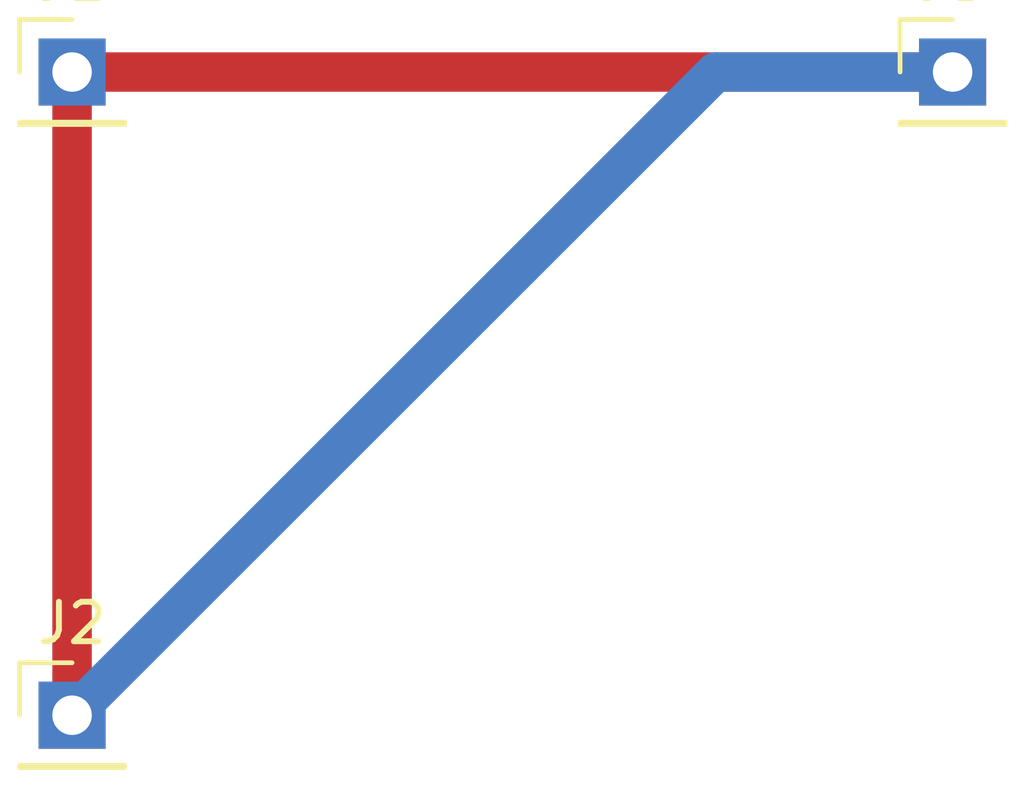
<source format=kicad_pcb>
(kicad_pcb (version 20211014) (generator pcbnew)
  (layers (0 "F.Cu" signal) (31 "B.Cu" signal) (44 "Edge.Cuts" user))
  (net 0 "")
  (net 1 "Net-(J1-Pad1)")
  (footprint "Connector_PinHeader_2.54mm:PinHeader_1x01_P2.54mm_Vertical" (layer "F.Cu") (at 56.5 104.5)
    (fp_text reference "J1" (at 0 -2.33) (layer "F.SilkS"))
    (fp_text value "Conn_01x01_Male")
    (fp_line (start -1.33 1.27) (end -1.33 1.33) (layer "F.SilkS") (width 0.12))
    (fp_line (start -1.33 -1.33) (end 0 -1.33) (layer "F.SilkS") (width 0.12))
    (fp_line (start -1.33 1.33) (end 1.33 1.33) (layer "F.SilkS") (width 0.12))
    (fp_line (start -1.33 1.27) (end 1.33 1.27) (layer "F.SilkS") (width 0.12))
    (fp_line (start 1.33 1.27) (end 1.33 1.33) (layer "F.SilkS") (width 0.12))
    (fp_line (start -1.33 0) (end -1.33 -1.33) (layer "F.SilkS") (width 0.12))
    (pad "1" thru_hole rect (at 0 0) (size 1.7 1.7) (drill 1) (layers *.Cu *.Mask) (net 1 "Net-(J1-Pad1)"))
  )
  (footprint "Connector_PinHeader_2.54mm:PinHeader_1x01_P2.54mm_Vertical" (layer "F.Cu") (at 56.5 120.8)
    (fp_text reference "J2" (at 0 -2.33) (layer "F.SilkS"))
    (fp_text value "Conn_01x01_Male")
    (fp_line (start -1.33 1.27) (end -1.33 1.33) (layer "F.SilkS") (width 0.12))
    (fp_line (start -1.33 0) (end -1.33 -1.33) (layer "F.SilkS") (width 0.12))
    (fp_line (start -1.33 1.33) (end 1.33 1.33) (layer "F.SilkS") (width 0.12))
    (fp_line (start -1.33 1.27) (end 1.33 1.27) (layer "F.SilkS") (width 0.12))
    (fp_line (start 1.33 1.27) (end 1.33 1.33) (layer "F.SilkS") (width 0.12))
    (fp_line (start -1.33 -1.33) (end 0 -1.33) (layer "F.SilkS") (width 0.12))
    (pad "1" thru_hole rect (at 0 0) (size 1.7 1.7) (drill 1) (layers *.Cu *.Mask) (net 1 "Net-(J1-Pad1)"))
  )
  (footprint "Connector_PinHeader_2.54mm:PinHeader_1x01_P2.54mm_Vertical" (layer "F.Cu") (at 78.8 104.5)
    (fp_text reference "J3" (at 0 -2.33) (layer "F.SilkS"))
    (fp_text value "Conn_01x01_Male")
    (fp_line (start -1.33 0) (end -1.33 -1.33) (layer "F.SilkS") (width 0.12))
    (fp_line (start 1.33 1.27) (end 1.33 1.33) (layer "F.SilkS") (width 0.12))
    (fp_line (start -1.33 -1.33) (end 0 -1.33) (layer "F.SilkS") (width 0.12))
    (fp_line (start -1.33 1.33) (end 1.33 1.33) (layer "F.SilkS") (width 0.12))
    (fp_line (start -1.33 1.27) (end 1.33 1.27) (layer "F.SilkS") (width 0.12))
    (fp_line (start -1.33 1.27) (end -1.33 1.33) (layer "F.SilkS") (width 0.12))
    (pad "1" thru_hole rect (at 0 0) (size 1.7 1.7) (drill 1) (layers *.Cu *.Mask) (net 1 "Net-(J1-Pad1)"))
  )
  (segment (start 56.5 120.8) (end 56.5 104.5) (width 1) (layer "F.Cu") (net 1))
  (segment (start 78.8 104.5) (end 56.5 104.5) (width 1) (layer "F.Cu") (net 1))
  (segment (start 78.8 104.5) (end 72.8 104.5) (width 1) (layer "B.Cu") (net 1))
  (segment (start 72.8 104.5) (end 56.5 120.8) (width 1) (layer "B.Cu") (net 1))
)
</source>
